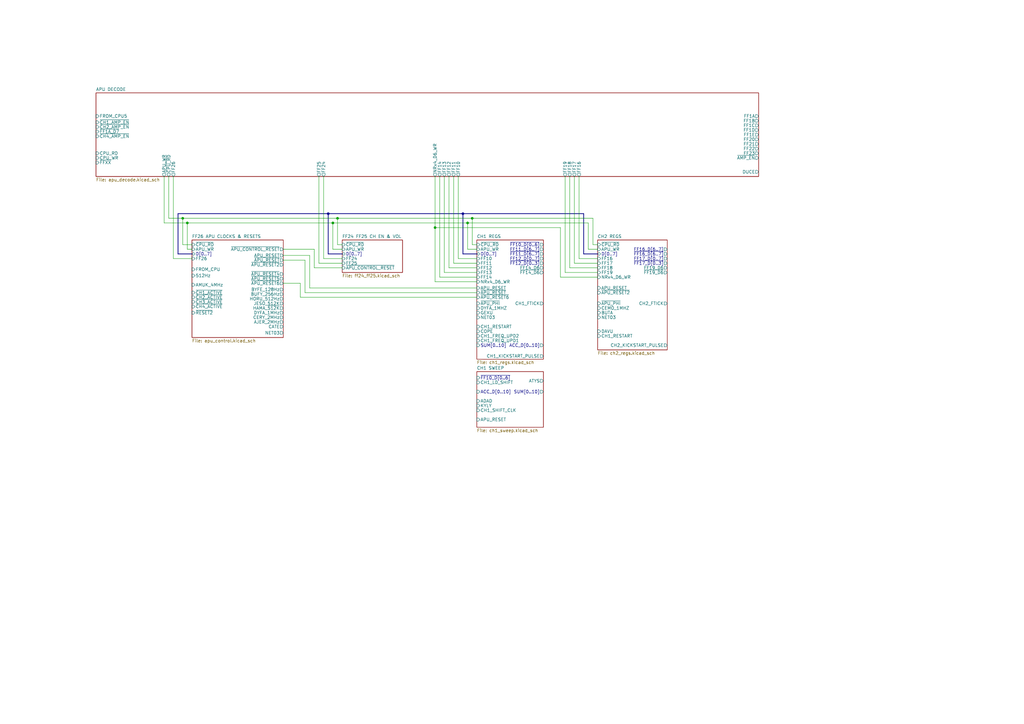
<source format=kicad_sch>
(kicad_sch (version 20211123) (generator eeschema)
  (paper "A3")
  (title_block (title "DMG CPU B") (date "2022-03-12") (rev "0") (company "CC-BY-SA-4.0 Régis Galland & Michael Singer -- Derived work from Furrtek") (comment 1 "https://github.com/msinger/dmg-schematics"))
  (lib_symbols)
  (junction (at 74.93 89.535))
  (junction (at 191.77 91.44))
  (junction (at 193.675 89.535))
  (junction (at 189.865 87.63))
  (junction (at 136.525 91.44))
  (junction (at 134.62 87.63))
  (junction (at 178.435 93.345))
  (junction (at 138.43 89.535))
  (junction (at 76.835 91.44))
  (bus (pts (xy 73.025 87.63) (xy 134.62 87.63)))
  (wire (pts (xy 76.835 102.235) (xy 76.835 91.44)))
  (wire (pts (xy 128.905 109.855) (xy 128.905 102.235)))
  (wire (pts (xy 140.335 106.045) (xy 132.715 106.045)))
  (wire (pts (xy 245.11 102.235) (xy 241.3 102.235)))
  (wire (pts (xy 233.68 72.39) (xy 233.68 109.855)))
  (wire (pts (xy 116.205 102.235) (xy 128.905 102.235)))
  (wire (pts (xy 67.31 72.39) (xy 67.31 91.44)))
  (bus (pts (xy 78.74 104.14) (xy 73.025 104.14)))
  (wire (pts (xy 235.585 72.39) (xy 235.585 107.95)))
  (wire (pts (xy 241.3 102.235) (xy 241.3 91.44)))
  (wire (pts (xy 235.585 107.95) (xy 245.11 107.95)))
  (bus (pts (xy 134.62 87.63) (xy 134.62 104.14)))
  (wire (pts (xy 132.715 72.39) (xy 132.715 106.045)))
  (wire (pts (xy 195.58 107.95) (xy 186.055 107.95)))
  (wire (pts (xy 180.34 113.665) (xy 195.58 113.665)))
  (wire (pts (xy 138.43 89.535) (xy 138.43 100.33)))
  (wire (pts (xy 123.19 116.205) (xy 123.19 121.92)))
  (wire (pts (xy 178.435 72.39) (xy 178.435 93.345)))
  (wire (pts (xy 136.525 102.235) (xy 140.335 102.235)))
  (wire (pts (xy 136.525 91.44) (xy 136.525 102.235)))
  (wire (pts (xy 193.675 89.535) (xy 243.205 89.535)))
  (bus (pts (xy 239.395 87.63) (xy 239.395 104.14)))
  (wire (pts (xy 231.775 72.39) (xy 231.775 111.76)))
  (wire (pts (xy 178.435 93.345) (xy 229.87 93.345)))
  (wire (pts (xy 193.675 89.535) (xy 138.43 89.535)))
  (wire (pts (xy 67.31 91.44) (xy 76.835 91.44)))
  (wire (pts (xy 237.49 72.39) (xy 237.49 106.045)))
  (bus (pts (xy 134.62 104.14) (xy 140.335 104.14)))
  (wire (pts (xy 186.055 72.39) (xy 186.055 107.95)))
  (wire (pts (xy 140.335 109.855) (xy 128.905 109.855)))
  (wire (pts (xy 243.205 89.535) (xy 243.205 100.33)))
  (wire (pts (xy 178.435 93.345) (xy 178.435 115.57)))
  (wire (pts (xy 71.12 106.045) (xy 78.74 106.045)))
  (wire (pts (xy 229.87 93.345) (xy 229.87 113.665)))
  (bus (pts (xy 189.865 87.63) (xy 189.865 104.14)))
  (wire (pts (xy 182.245 72.39) (xy 182.245 111.76)))
  (wire (pts (xy 116.205 106.68) (xy 125.095 106.68)))
  (bus (pts (xy 189.865 87.63) (xy 239.395 87.63)))
  (wire (pts (xy 125.095 106.68) (xy 125.095 120.015)))
  (wire (pts (xy 76.835 102.235) (xy 78.74 102.235)))
  (wire (pts (xy 191.77 102.235) (xy 195.58 102.235)))
  (wire (pts (xy 191.77 91.44) (xy 191.77 102.235)))
  (wire (pts (xy 76.835 91.44) (xy 136.525 91.44)))
  (wire (pts (xy 195.58 100.33) (xy 193.675 100.33)))
  (wire (pts (xy 127 104.775) (xy 127 118.11)))
  (bus (pts (xy 134.62 87.63) (xy 189.865 87.63)))
  (wire (pts (xy 69.215 89.535) (xy 74.93 89.535)))
  (wire (pts (xy 193.675 100.33) (xy 193.675 89.535)))
  (bus (pts (xy 189.865 104.14) (xy 195.58 104.14)))
  (wire (pts (xy 74.93 100.33) (xy 74.93 89.535)))
  (wire (pts (xy 245.11 106.045) (xy 237.49 106.045)))
  (wire (pts (xy 130.81 72.39) (xy 130.81 107.95)))
  (wire (pts (xy 231.775 111.76) (xy 245.11 111.76)))
  (wire (pts (xy 123.19 121.92) (xy 195.58 121.92)))
  (wire (pts (xy 229.87 113.665) (xy 245.11 113.665)))
  (wire (pts (xy 136.525 91.44) (xy 191.77 91.44)))
  (wire (pts (xy 74.93 100.33) (xy 78.74 100.33)))
  (wire (pts (xy 184.15 109.855) (xy 195.58 109.855)))
  (wire (pts (xy 140.335 107.95) (xy 130.81 107.95)))
  (wire (pts (xy 187.96 72.39) (xy 187.96 106.045)))
  (bus (pts (xy 73.025 104.14) (xy 73.025 87.63)))
  (bus (pts (xy 239.395 104.14) (xy 245.11 104.14)))
  (wire (pts (xy 71.12 72.39) (xy 71.12 106.045)))
  (wire (pts (xy 116.205 104.775) (xy 127 104.775)))
  (wire (pts (xy 74.93 89.535) (xy 138.43 89.535)))
  (wire (pts (xy 184.15 72.39) (xy 184.15 109.855)))
  (wire (pts (xy 195.58 111.76) (xy 182.245 111.76)))
  (wire (pts (xy 245.11 109.855) (xy 233.68 109.855)))
  (wire (pts (xy 69.215 72.39) (xy 69.215 89.535)))
  (wire (pts (xy 243.205 100.33) (xy 245.11 100.33)))
  (wire (pts (xy 138.43 100.33) (xy 140.335 100.33)))
  (wire (pts (xy 180.34 72.39) (xy 180.34 113.665)))
  (wire (pts (xy 241.3 91.44) (xy 191.77 91.44)))
  (wire (pts (xy 195.58 106.045) (xy 187.96 106.045)))
  (wire (pts (xy 178.435 115.57) (xy 195.58 115.57)))
  (wire (pts (xy 116.205 116.205) (xy 123.19 116.205)))
  (wire (pts (xy 125.095 120.015) (xy 195.58 120.015)))
  (wire (pts (xy 127 118.11) (xy 195.58 118.11)))
  (sheet (at 78.74 98.425) (size 37.465 40.005) (stroke (width 0.1524))
    (property "Sheet name" "FF26 APU CLOCKS & RESETS" (at 78.74 97.7134 0) (effects (justify left bottom)))
    (property "Sheet file" "apu_control.kicad_sch" (at 78.74 139.0146 0) (effects (justify left top)))
    (pin "~{APU_RESET}" output (at 116.205 106.68 0))
    (pin "~{APU_RESET2}" output (at 116.205 108.585 0))
    (pin "~{APU_RESET4}" output (at 116.205 112.395 0))
    (pin "APU_RESET" output (at 116.205 104.775 0))
    (pin "~{APU_RESET6}" output (at 116.205 116.205 0))
    (pin "~{APU_RESET5}" output (at 116.205 114.3 0))
    (pin "~{CH2_ACTIVE}" input (at 78.74 121.92 180))
    (pin "~{CH1_ACTIVE}" input (at 78.74 120.015 180))
    (pin "FF26" input (at 78.74 106.045 180))
    (pin "~{CH3_ACTIVE}" input (at 78.74 123.825 180))
    (pin "~{CH4_ACTIVE}" input (at 78.74 125.73 180))
    (pin "NET03" output (at 116.205 136.525 0))
    (pin "CATE" output (at 116.205 133.985 0))
    (pin "FROM_CPU" input (at 78.74 110.49 180))
    (pin "~{RESET2}" input (at 78.74 128.27 180))
    (pin "AMUK_4MHz" input (at 78.74 116.84 180))
    (pin "CERY_2MHz" output (at 116.205 130.175 0))
    (pin "512Hz" input (at 78.74 113.03 180))
    (pin "HORU_512Hz" output (at 116.205 122.555 0))
    (pin "HAMA_~{512K}" output (at 116.205 126.365 0))
    (pin "JESO_512K" output (at 116.205 124.46 0))
    (pin "BUFY_256Hz" output (at 116.205 120.65 0))
    (pin "DYFA_1MHz" output (at 116.205 128.27 0))
    (pin "BYFE_128Hz" output (at 116.205 118.745 0))
    (pin "AJER_2MHz" output (at 116.205 132.08 0))
    (pin "D[0..7]" bidirectional (at 78.74 104.14 180))
    (pin "~{APU_CONTROL_RESET}" output (at 116.205 102.235 0))
    (pin "~{CPU_RD}" input (at 78.74 100.33 180))
    (pin "APU_WR" input (at 78.74 102.235 180))
  )
  (sheet (at 245.11 98.425) (size 28.575 45.085) (stroke (width 0.1524))
    (property "Sheet name" "CH2 REGS" (at 245.11 97.7134 0) (effects (justify left bottom)))
    (property "Sheet file" "ch2_regs.kicad_sch" (at 245.11 144.0946 0) (effects (justify left top)))
    (pin "~{CPU_RD}" input (at 245.11 100.33 180))
    (pin "FF17" input (at 245.11 107.95 180))
    (pin "APU_WR" input (at 245.11 102.235 180))
    (pin "~{FF17_D[0..3]}" output (at 273.685 107.95 0))
    (pin "APU_RESET" input (at 245.11 118.11 180))
    (pin "FF17_D[0..7]" output (at 273.685 106.045 0))
    (pin "D[0..7]" bidirectional (at 245.11 104.14 180))
    (pin "FF16" input (at 245.11 106.045 180))
    (pin "FF16_D[6..7]" output (at 273.685 102.235 0))
    (pin "~{FF16_D[6..7]}" output (at 273.685 104.14 0))
    (pin "~{APU_RESET2}" input (at 245.11 120.015 180))
    (pin "FF18" input (at 245.11 109.855 180))
    (pin "BUTA" input (at 245.11 128.27 180))
    (pin "CEMO_1MHZ" input (at 245.11 126.365 180))
    (pin "CH1_RESTART" input (at 245.11 137.795 180))
    (pin "DAVU" input (at 245.11 135.89 180))
    (pin "NET03" input (at 245.11 130.175 180))
    (pin "CH2_FTICK" output (at 273.685 124.46 0))
    (pin "FF19" input (at 245.11 111.76 180))
    (pin "NRx4_D6_WR" input (at 245.11 113.665 180))
    (pin "CH2_KICKSTART_PULSE" output (at 273.685 141.605 0))
    (pin "FF19_D6" output (at 273.685 109.855 0))
    (pin "~{APU_PHI}" input (at 245.11 124.46 180))
    (pin "~{FF19_D6}" output (at 273.685 111.76 0))
  )
  (sheet (at 39.37 38.1) (size 271.78 34.29) (stroke (width 0.1524))
    (property "Sheet name" "APU DECODE" (at 39.37 37.3884 0) (effects (justify left bottom)))
    (property "Sheet file" "apu_decode.kicad_sch" (at 39.37 72.9746 0) (effects (justify left top)))
    (pin "DUCE" output (at 311.15 70.485 0))
    (pin "~{FFXX}" input (at 39.37 66.675 180))
    (pin "FF26" output (at 71.12 72.39 270))
    (pin "FF1C" output (at 311.15 51.435 0))
    (pin "FF1B" output (at 311.15 49.53 0))
    (pin "FF1D" output (at 311.15 53.34 0))
    (pin "FF1E" output (at 311.15 55.245 0))
    (pin "APU_WR" output (at 67.31 72.39 270))
    (pin "CPU_WR" input (at 39.37 64.77 180))
    (pin "FF18" output (at 233.68 72.39 270))
    (pin "FF19" output (at 231.775 72.39 270))
    (pin "FF1A" output (at 311.15 47.625 0))
    (pin "FF11" output (at 186.055 72.39 270))
    (pin "FF13" output (at 182.245 72.39 270))
    (pin "FF14" output (at 180.34 72.39 270))
    (pin "FF21" output (at 311.15 59.055 0))
    (pin "FF20" output (at 311.15 57.15 0))
    (pin "FF22" output (at 311.15 60.96 0))
    (pin "FF25" output (at 130.81 72.39 270))
    (pin "FF24" output (at 132.715 72.39 270))
    (pin "FF23" output (at 311.15 62.865 0))
    (pin "FF12" output (at 184.15 72.39 270))
    (pin "FF16" output (at 237.49 72.39 270))
    (pin "FF17" output (at 235.585 72.39 270))
    (pin "FF10" output (at 187.96 72.39 270))
    (pin "~{CPU_RD}" output (at 69.215 72.39 270))
    (pin "CPU_RD" input (at 39.37 62.865 180))
    (pin "~{CH1_AMP_EN}" input (at 39.37 50.165 180))
    (pin "~{CH2_AMP_EN}" input (at 39.37 52.07 180))
    (pin "~{FF1A_D7}" input (at 39.37 53.975 180))
    (pin "~{CH4_AMP_EN}" input (at 39.37 55.88 180))
    (pin "NRx4_D6_WR" output (at 178.435 72.39 270))
    (pin "~{AMP_EN}" output (at 311.15 64.77 0))
    (pin "FROM_CPU5" input (at 39.37 47.625 180))
  )
  (sheet (at 140.335 98.425) (size 24.765 13.335) (stroke (width 0.1524))
    (property "Sheet name" "FF24 FF25 CH EN & VOL" (at 140.335 97.7134 0) (effects (justify left bottom)))
    (property "Sheet file" "ff24_ff25.kicad_sch" (at 140.335 112.3446 0) (effects (justify left top)))
    (pin "FF25" input (at 140.335 107.95 180))
    (pin "~{APU_CONTROL_RESET}" input (at 140.335 109.855 180))
    (pin "FF24" input (at 140.335 106.045 180))
    (pin "~{CPU_RD}" input (at 140.335 100.33 180))
    (pin "D[0..7]" bidirectional (at 140.335 104.14 180))
    (pin "APU_WR" input (at 140.335 102.235 180))
  )
  (sheet (at 195.58 98.425) (size 27.305 48.895) (stroke (width 0.1524))
    (property "Sheet name" "CH1 REGS" (at 195.58 97.7134 0) (effects (justify left bottom)))
    (property "Sheet file" "ch1_regs.kicad_sch" (at 195.58 147.9046 0) (effects (justify left top)))
    (pin "FF14" input (at 195.58 113.665 180))
    (pin "~{FF14_D6}" output (at 222.885 111.76 0))
    (pin "FF14_D6" output (at 222.885 109.855 0))
    (pin "FF12" input (at 195.58 109.855 180))
    (pin "APU_WR" input (at 195.58 102.235 180))
    (pin "~{CPU_RD}" input (at 195.58 100.33 180))
    (pin "COPE" input (at 195.58 135.89 180))
    (pin "CH1_RESTART" input (at 195.58 133.985 180))
    (pin "DYFA_1MHZ" input (at 195.58 126.365 180))
    (pin "GEXU" input (at 195.58 128.27 180))
    (pin "NET03" input (at 195.58 130.175 180))
    (pin "FF13" input (at 195.58 111.76 180))
    (pin "FF10" input (at 195.58 106.045 180))
    (pin "APU_RESET" input (at 195.58 118.11 180))
    (pin "D[0..7]" bidirectional (at 195.58 104.14 180))
    (pin "FF12_D[0..7]" output (at 222.885 106.045 0))
    (pin "~{FF12_D[0..3]}" output (at 222.885 107.95 0))
    (pin "~{FF10_D[0..6]}" output (at 222.885 100.33 0))
    (pin "FF11" input (at 195.58 107.95 180))
    (pin "FF11_D[6..7]" output (at 222.885 102.235 0))
    (pin "~{FF11_D[6..7]}" output (at 222.885 104.14 0))
    (pin "~{APU_RESET6}" input (at 195.58 121.92 180))
    (pin "~{APU_RESET}" input (at 195.58 120.015 180))
    (pin "~{APU_PHI}" input (at 195.58 124.46 180))
    (pin "CH1_KICKSTART_PULSE" output (at 222.885 146.05 0))
    (pin "NRx4_D6_WR" input (at 195.58 115.57 180))
    (pin "CH1_FTICK" output (at 222.885 124.46 0))
    (pin "CH1_FREQ_UPD1" input (at 195.58 139.7 180))
    (pin "CH1_FREQ_UPD2" input (at 195.58 137.795 180))
    (pin "SUM[0..10]" input (at 195.58 141.605 180))
    (pin "ACC_D[0..10]" output (at 222.885 141.605 0))
  )
  (sheet (at 195.58 152.4) (size 27.305 22.86) (stroke (width 0.1524))
    (property "Sheet name" "CH1 SWEEP" (at 195.58 151.6884 0) (effects (justify left bottom)))
    (property "Sheet file" "ch1_sweep.kicad_sch" (at 195.58 175.8446 0) (effects (justify left top)))
    (pin "SUM[0..10]" output (at 222.885 160.655 0))
    (pin "CH1_LD_SHIFT" input (at 195.58 156.845 180))
    (pin "APU_RESET" input (at 195.58 172.085 180))
    (pin "ACC_D[0..10]" input (at 195.58 160.655 180))
    (pin "CH1_SHIFT_CLK" input (at 195.58 168.275 180))
    (pin "ATYS" output (at 222.885 156.21 0))
    (pin "ADAD" input (at 195.58 164.465 180))
    (pin "KYLY" input (at 195.58 166.37 180))
    (pin "~{FF10_D[0..6]}" input (at 195.58 154.94 180))
  )
)
</source>
